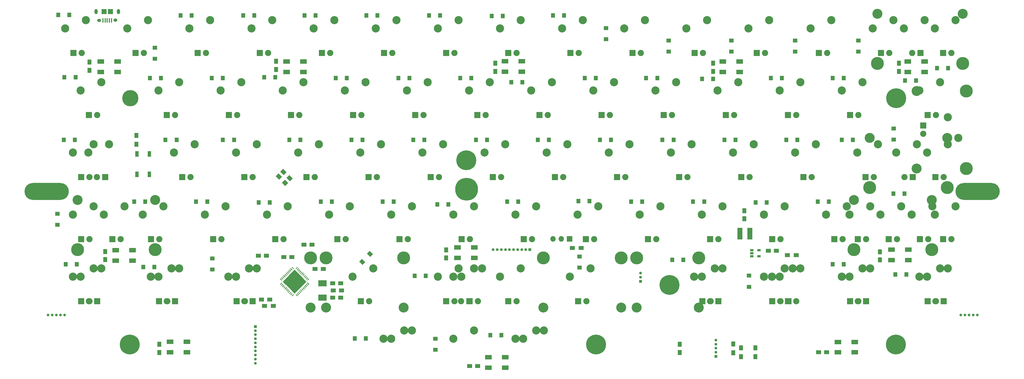
<source format=gbs>
G04 #@! TF.FileFunction,Soldermask,Bot*
%FSLAX46Y46*%
G04 Gerber Fmt 4.6, Leading zero omitted, Abs format (unit mm)*
G04 Created by KiCad (PCBNEW 4.0.7+dfsg1-1) date Sat Oct 21 17:46:25 2017*
%MOMM*%
%LPD*%
G01*
G04 APERTURE LIST*
%ADD10C,0.100000*%
%ADD11R,0.850000X0.850000*%
%ADD12C,0.850000*%
%ADD13C,3.048000*%
%ADD14C,3.980200*%
%ADD15C,2.500000*%
%ADD16R,1.900000X1.900000*%
%ADD17C,1.900000*%
%ADD18R,1.500000X1.250000*%
%ADD19R,1.250000X1.500000*%
%ADD20R,1.200000X1.400000*%
%ADD21R,1.400000X1.200000*%
%ADD22R,1.500000X3.600000*%
%ADD23O,13.600000X5.200000*%
%ADD24C,5.000000*%
%ADD25C,6.100000*%
%ADD26C,7.000000*%
%ADD27R,1.300000X1.500000*%
%ADD28R,1.500000X1.300000*%
%ADD29R,2.051000X1.400000*%
%ADD30R,1.000000X1.700000*%
%ADD31R,1.060000X0.650000*%
%ADD32R,1.700000X1.700000*%
%ADD33O,1.700000X1.700000*%
%ADD34R,2.500000X1.900000*%
%ADD35R,1.500000X1.500000*%
%ADD36O,1.000000X1.550000*%
%ADD37O,1.250000X0.950000*%
%ADD38R,0.400000X1.350000*%
%ADD39C,0.800000*%
G04 APERTURE END LIST*
D10*
D11*
X245613750Y-124056250D03*
D12*
X245613750Y-122806250D03*
X245613750Y-121556250D03*
D10*
G36*
X140300495Y-119648444D02*
X140477272Y-119825221D01*
X139982297Y-120320196D01*
X139805520Y-120143419D01*
X140300495Y-119648444D01*
X140300495Y-119648444D01*
G37*
G36*
X140654048Y-120001997D02*
X140830825Y-120178774D01*
X140335850Y-120673749D01*
X140159073Y-120496972D01*
X140654048Y-120001997D01*
X140654048Y-120001997D01*
G37*
G36*
X141007602Y-120355551D02*
X141184379Y-120532328D01*
X140689404Y-121027303D01*
X140512627Y-120850526D01*
X141007602Y-120355551D01*
X141007602Y-120355551D01*
G37*
G36*
X141361155Y-120709104D02*
X141537932Y-120885881D01*
X141042957Y-121380856D01*
X140866180Y-121204079D01*
X141361155Y-120709104D01*
X141361155Y-120709104D01*
G37*
G36*
X141714709Y-121062658D02*
X141891486Y-121239435D01*
X141396511Y-121734410D01*
X141219734Y-121557633D01*
X141714709Y-121062658D01*
X141714709Y-121062658D01*
G37*
G36*
X142068262Y-121416211D02*
X142245039Y-121592988D01*
X141750064Y-122087963D01*
X141573287Y-121911186D01*
X142068262Y-121416211D01*
X142068262Y-121416211D01*
G37*
G36*
X142421815Y-121769764D02*
X142598592Y-121946541D01*
X142103617Y-122441516D01*
X141926840Y-122264739D01*
X142421815Y-121769764D01*
X142421815Y-121769764D01*
G37*
G36*
X142775369Y-122123318D02*
X142952146Y-122300095D01*
X142457171Y-122795070D01*
X142280394Y-122618293D01*
X142775369Y-122123318D01*
X142775369Y-122123318D01*
G37*
G36*
X143128922Y-122476871D02*
X143305699Y-122653648D01*
X142810724Y-123148623D01*
X142633947Y-122971846D01*
X143128922Y-122476871D01*
X143128922Y-122476871D01*
G37*
G36*
X143482476Y-122830425D02*
X143659253Y-123007202D01*
X143164278Y-123502177D01*
X142987501Y-123325400D01*
X143482476Y-122830425D01*
X143482476Y-122830425D01*
G37*
G36*
X143836029Y-123183978D02*
X144012806Y-123360755D01*
X143517831Y-123855730D01*
X143341054Y-123678953D01*
X143836029Y-123183978D01*
X143836029Y-123183978D01*
G37*
G36*
X144012806Y-124951745D02*
X143836029Y-125128522D01*
X143341054Y-124633547D01*
X143517831Y-124456770D01*
X144012806Y-124951745D01*
X144012806Y-124951745D01*
G37*
G36*
X143659253Y-125305298D02*
X143482476Y-125482075D01*
X142987501Y-124987100D01*
X143164278Y-124810323D01*
X143659253Y-125305298D01*
X143659253Y-125305298D01*
G37*
G36*
X143305699Y-125658852D02*
X143128922Y-125835629D01*
X142633947Y-125340654D01*
X142810724Y-125163877D01*
X143305699Y-125658852D01*
X143305699Y-125658852D01*
G37*
G36*
X142952146Y-126012405D02*
X142775369Y-126189182D01*
X142280394Y-125694207D01*
X142457171Y-125517430D01*
X142952146Y-126012405D01*
X142952146Y-126012405D01*
G37*
G36*
X142598592Y-126365959D02*
X142421815Y-126542736D01*
X141926840Y-126047761D01*
X142103617Y-125870984D01*
X142598592Y-126365959D01*
X142598592Y-126365959D01*
G37*
G36*
X142245039Y-126719512D02*
X142068262Y-126896289D01*
X141573287Y-126401314D01*
X141750064Y-126224537D01*
X142245039Y-126719512D01*
X142245039Y-126719512D01*
G37*
G36*
X141891486Y-127073065D02*
X141714709Y-127249842D01*
X141219734Y-126754867D01*
X141396511Y-126578090D01*
X141891486Y-127073065D01*
X141891486Y-127073065D01*
G37*
G36*
X141537932Y-127426619D02*
X141361155Y-127603396D01*
X140866180Y-127108421D01*
X141042957Y-126931644D01*
X141537932Y-127426619D01*
X141537932Y-127426619D01*
G37*
G36*
X141184379Y-127780172D02*
X141007602Y-127956949D01*
X140512627Y-127461974D01*
X140689404Y-127285197D01*
X141184379Y-127780172D01*
X141184379Y-127780172D01*
G37*
G36*
X140830825Y-128133726D02*
X140654048Y-128310503D01*
X140159073Y-127815528D01*
X140335850Y-127638751D01*
X140830825Y-128133726D01*
X140830825Y-128133726D01*
G37*
G36*
X140477272Y-128487279D02*
X140300495Y-128664056D01*
X139805520Y-128169081D01*
X139982297Y-127992304D01*
X140477272Y-128487279D01*
X140477272Y-128487279D01*
G37*
G36*
X139027703Y-127992304D02*
X139204480Y-128169081D01*
X138709505Y-128664056D01*
X138532728Y-128487279D01*
X139027703Y-127992304D01*
X139027703Y-127992304D01*
G37*
G36*
X138674150Y-127638751D02*
X138850927Y-127815528D01*
X138355952Y-128310503D01*
X138179175Y-128133726D01*
X138674150Y-127638751D01*
X138674150Y-127638751D01*
G37*
G36*
X138320596Y-127285197D02*
X138497373Y-127461974D01*
X138002398Y-127956949D01*
X137825621Y-127780172D01*
X138320596Y-127285197D01*
X138320596Y-127285197D01*
G37*
G36*
X137967043Y-126931644D02*
X138143820Y-127108421D01*
X137648845Y-127603396D01*
X137472068Y-127426619D01*
X137967043Y-126931644D01*
X137967043Y-126931644D01*
G37*
G36*
X137613489Y-126578090D02*
X137790266Y-126754867D01*
X137295291Y-127249842D01*
X137118514Y-127073065D01*
X137613489Y-126578090D01*
X137613489Y-126578090D01*
G37*
G36*
X137259936Y-126224537D02*
X137436713Y-126401314D01*
X136941738Y-126896289D01*
X136764961Y-126719512D01*
X137259936Y-126224537D01*
X137259936Y-126224537D01*
G37*
G36*
X136906383Y-125870984D02*
X137083160Y-126047761D01*
X136588185Y-126542736D01*
X136411408Y-126365959D01*
X136906383Y-125870984D01*
X136906383Y-125870984D01*
G37*
G36*
X136552829Y-125517430D02*
X136729606Y-125694207D01*
X136234631Y-126189182D01*
X136057854Y-126012405D01*
X136552829Y-125517430D01*
X136552829Y-125517430D01*
G37*
G36*
X136199276Y-125163877D02*
X136376053Y-125340654D01*
X135881078Y-125835629D01*
X135704301Y-125658852D01*
X136199276Y-125163877D01*
X136199276Y-125163877D01*
G37*
G36*
X135845722Y-124810323D02*
X136022499Y-124987100D01*
X135527524Y-125482075D01*
X135350747Y-125305298D01*
X135845722Y-124810323D01*
X135845722Y-124810323D01*
G37*
G36*
X135492169Y-124456770D02*
X135668946Y-124633547D01*
X135173971Y-125128522D01*
X134997194Y-124951745D01*
X135492169Y-124456770D01*
X135492169Y-124456770D01*
G37*
G36*
X135668946Y-123678953D02*
X135492169Y-123855730D01*
X134997194Y-123360755D01*
X135173971Y-123183978D01*
X135668946Y-123678953D01*
X135668946Y-123678953D01*
G37*
G36*
X136022499Y-123325400D02*
X135845722Y-123502177D01*
X135350747Y-123007202D01*
X135527524Y-122830425D01*
X136022499Y-123325400D01*
X136022499Y-123325400D01*
G37*
G36*
X136376053Y-122971846D02*
X136199276Y-123148623D01*
X135704301Y-122653648D01*
X135881078Y-122476871D01*
X136376053Y-122971846D01*
X136376053Y-122971846D01*
G37*
G36*
X136729606Y-122618293D02*
X136552829Y-122795070D01*
X136057854Y-122300095D01*
X136234631Y-122123318D01*
X136729606Y-122618293D01*
X136729606Y-122618293D01*
G37*
G36*
X137083160Y-122264739D02*
X136906383Y-122441516D01*
X136411408Y-121946541D01*
X136588185Y-121769764D01*
X137083160Y-122264739D01*
X137083160Y-122264739D01*
G37*
G36*
X137436713Y-121911186D02*
X137259936Y-122087963D01*
X136764961Y-121592988D01*
X136941738Y-121416211D01*
X137436713Y-121911186D01*
X137436713Y-121911186D01*
G37*
G36*
X137790266Y-121557633D02*
X137613489Y-121734410D01*
X137118514Y-121239435D01*
X137295291Y-121062658D01*
X137790266Y-121557633D01*
X137790266Y-121557633D01*
G37*
G36*
X138143820Y-121204079D02*
X137967043Y-121380856D01*
X137472068Y-120885881D01*
X137648845Y-120709104D01*
X138143820Y-121204079D01*
X138143820Y-121204079D01*
G37*
G36*
X138497373Y-120850526D02*
X138320596Y-121027303D01*
X137825621Y-120532328D01*
X138002398Y-120355551D01*
X138497373Y-120850526D01*
X138497373Y-120850526D01*
G37*
G36*
X138850927Y-120496972D02*
X138674150Y-120673749D01*
X138179175Y-120178774D01*
X138355952Y-120001997D01*
X138850927Y-120496972D01*
X138850927Y-120496972D01*
G37*
G36*
X139204480Y-120143419D02*
X139027703Y-120320196D01*
X138532728Y-119825221D01*
X138709505Y-119648444D01*
X139204480Y-120143419D01*
X139204480Y-120143419D01*
G37*
G36*
X139505000Y-125977050D02*
X140415400Y-126887450D01*
X139505000Y-127797850D01*
X138594600Y-126887450D01*
X139505000Y-125977050D01*
X139505000Y-125977050D01*
G37*
G36*
X138594600Y-125066650D02*
X139505000Y-125977050D01*
X138594600Y-126887450D01*
X137684200Y-125977050D01*
X138594600Y-125066650D01*
X138594600Y-125066650D01*
G37*
G36*
X137684200Y-124156250D02*
X138594600Y-125066650D01*
X137684200Y-125977050D01*
X136773800Y-125066650D01*
X137684200Y-124156250D01*
X137684200Y-124156250D01*
G37*
G36*
X136773800Y-123245850D02*
X137684200Y-124156250D01*
X136773800Y-125066650D01*
X135863400Y-124156250D01*
X136773800Y-123245850D01*
X136773800Y-123245850D01*
G37*
G36*
X140415400Y-125066650D02*
X141325800Y-125977050D01*
X140415400Y-126887450D01*
X139505000Y-125977050D01*
X140415400Y-125066650D01*
X140415400Y-125066650D01*
G37*
G36*
X139505000Y-124156250D02*
X140415400Y-125066650D01*
X139505000Y-125977050D01*
X138594600Y-125066650D01*
X139505000Y-124156250D01*
X139505000Y-124156250D01*
G37*
G36*
X138594600Y-123245850D02*
X139505000Y-124156250D01*
X138594600Y-125066650D01*
X137684200Y-124156250D01*
X138594600Y-123245850D01*
X138594600Y-123245850D01*
G37*
G36*
X137684200Y-122335450D02*
X138594600Y-123245850D01*
X137684200Y-124156250D01*
X136773800Y-123245850D01*
X137684200Y-122335450D01*
X137684200Y-122335450D01*
G37*
G36*
X141325800Y-124156250D02*
X142236200Y-125066650D01*
X141325800Y-125977050D01*
X140415400Y-125066650D01*
X141325800Y-124156250D01*
X141325800Y-124156250D01*
G37*
G36*
X140415400Y-123245850D02*
X141325800Y-124156250D01*
X140415400Y-125066650D01*
X139505000Y-124156250D01*
X140415400Y-123245850D01*
X140415400Y-123245850D01*
G37*
G36*
X139505000Y-122335450D02*
X140415400Y-123245850D01*
X139505000Y-124156250D01*
X138594600Y-123245850D01*
X139505000Y-122335450D01*
X139505000Y-122335450D01*
G37*
G36*
X138594600Y-121425050D02*
X139505000Y-122335450D01*
X138594600Y-123245850D01*
X137684200Y-122335450D01*
X138594600Y-121425050D01*
X138594600Y-121425050D01*
G37*
G36*
X142236200Y-123245850D02*
X143146600Y-124156250D01*
X142236200Y-125066650D01*
X141325800Y-124156250D01*
X142236200Y-123245850D01*
X142236200Y-123245850D01*
G37*
G36*
X141325800Y-122335450D02*
X142236200Y-123245850D01*
X141325800Y-124156250D01*
X140415400Y-123245850D01*
X141325800Y-122335450D01*
X141325800Y-122335450D01*
G37*
G36*
X140415400Y-121425050D02*
X141325800Y-122335450D01*
X140415400Y-123245850D01*
X139505000Y-122335450D01*
X140415400Y-121425050D01*
X140415400Y-121425050D01*
G37*
G36*
X139505000Y-120514650D02*
X140415400Y-121425050D01*
X139505000Y-122335450D01*
X138594600Y-121425050D01*
X139505000Y-120514650D01*
X139505000Y-120514650D01*
G37*
D13*
X144367500Y-132166250D03*
D14*
X144367500Y-116926250D03*
D15*
X71527500Y-122641250D03*
X77877500Y-120101250D03*
D16*
X71686250Y-53981250D03*
D17*
X74226250Y-53981250D03*
D16*
X76448750Y-73031250D03*
D17*
X78988750Y-73031250D03*
D16*
X74067500Y-92081250D03*
D17*
X76607500Y-92081250D03*
D16*
X81370000Y-92081250D03*
D17*
X78830000Y-92081250D03*
D16*
X74067500Y-111131250D03*
D17*
X76607500Y-111131250D03*
D16*
X95498750Y-111131250D03*
D17*
X98038750Y-111131250D03*
D16*
X74067500Y-130181250D03*
D17*
X76607500Y-130181250D03*
D16*
X78988750Y-130181250D03*
D17*
X76448750Y-130181250D03*
D16*
X90736250Y-53981250D03*
D17*
X93276250Y-53981250D03*
D16*
X100261250Y-73031250D03*
D17*
X102801250Y-73031250D03*
D16*
X105023750Y-92081250D03*
D17*
X107563750Y-92081250D03*
D16*
X83592500Y-111131250D03*
D17*
X86132500Y-111131250D03*
D16*
X97880000Y-130181250D03*
D17*
X100420000Y-130181250D03*
D16*
X102801250Y-130181250D03*
D17*
X100261250Y-130181250D03*
D16*
X109786250Y-53981250D03*
D17*
X112326250Y-53981250D03*
D16*
X119311250Y-73031250D03*
D17*
X121851250Y-73031250D03*
D16*
X124073750Y-92081250D03*
D17*
X126613750Y-92081250D03*
D16*
X114548750Y-111131250D03*
D17*
X117088750Y-111131250D03*
D16*
X121692500Y-130181250D03*
D17*
X124232500Y-130181250D03*
D16*
X126613750Y-130181250D03*
D17*
X124073750Y-130181250D03*
D16*
X128836250Y-53981250D03*
D17*
X131376250Y-53981250D03*
D16*
X138361250Y-73031250D03*
D17*
X140901250Y-73031250D03*
D16*
X143123750Y-92081250D03*
D17*
X145663750Y-92081250D03*
D16*
X133598750Y-111131250D03*
D17*
X136138750Y-111131250D03*
D16*
X147886250Y-53981250D03*
D17*
X150426250Y-53981250D03*
D16*
X157411250Y-73031250D03*
D17*
X159951250Y-73031250D03*
D16*
X162173750Y-92081250D03*
D17*
X164713750Y-92081250D03*
D16*
X152648750Y-111131250D03*
D17*
X155188750Y-111131250D03*
D16*
X166936250Y-53981250D03*
D17*
X169476250Y-53981250D03*
D16*
X176461250Y-73031250D03*
D17*
X179001250Y-73031250D03*
D16*
X181223750Y-92081250D03*
D17*
X183763750Y-92081250D03*
D16*
X171698750Y-111131250D03*
D17*
X174238750Y-111131250D03*
D16*
X185986250Y-53981250D03*
D17*
X188526250Y-53981250D03*
D16*
X195511250Y-73031250D03*
D17*
X198051250Y-73031250D03*
D16*
X200273750Y-92081250D03*
D17*
X202813750Y-92081250D03*
D16*
X190748750Y-111131250D03*
D17*
X193288750Y-111131250D03*
D16*
X205036250Y-130181250D03*
D17*
X207576250Y-130181250D03*
D16*
X193130000Y-130181250D03*
D17*
X195670000Y-130181250D03*
D16*
X185986250Y-130181250D03*
D17*
X188526250Y-130181250D03*
D16*
X205036250Y-53981250D03*
D17*
X207576250Y-53981250D03*
D16*
X214561250Y-73031250D03*
D17*
X217101250Y-73031250D03*
D16*
X219323750Y-92081250D03*
D17*
X221863750Y-92081250D03*
D16*
X209798750Y-111131250D03*
D17*
X212338750Y-111131250D03*
D16*
X224086250Y-53981250D03*
D17*
X226626250Y-53981250D03*
D16*
X233611250Y-73031250D03*
D17*
X236151250Y-73031250D03*
D16*
X238373750Y-92081250D03*
D17*
X240913750Y-92081250D03*
D16*
X228848750Y-111131250D03*
D17*
X231388750Y-111131250D03*
D16*
X243136250Y-53981250D03*
D17*
X245676250Y-53981250D03*
D16*
X252661250Y-73031250D03*
D17*
X255201250Y-73031250D03*
D16*
X257423750Y-92081250D03*
D17*
X259963750Y-92081250D03*
D16*
X247898750Y-111131250D03*
D17*
X250438750Y-111131250D03*
D16*
X338386250Y-53981250D03*
D17*
X340926250Y-53981250D03*
D16*
X262186250Y-53981250D03*
D17*
X264726250Y-53981250D03*
D16*
X271711250Y-73031250D03*
D17*
X274251250Y-73031250D03*
D16*
X276473750Y-92081250D03*
D17*
X279013750Y-92081250D03*
D16*
X266948750Y-111131250D03*
D17*
X269488750Y-111131250D03*
D16*
X264567500Y-130181250D03*
D17*
X267107500Y-130181250D03*
D16*
X269488750Y-130181250D03*
D17*
X266948750Y-130181250D03*
D16*
X281236250Y-53981250D03*
D17*
X283776250Y-53981250D03*
D16*
X290761250Y-73031250D03*
D17*
X293301250Y-73031250D03*
D16*
X295523750Y-92081250D03*
D17*
X298063750Y-92081250D03*
D16*
X285998750Y-111131250D03*
D17*
X288538750Y-111131250D03*
D16*
X285998750Y-130181250D03*
D17*
X288538750Y-130181250D03*
D16*
X290920000Y-130181250D03*
D17*
X288380000Y-130181250D03*
D16*
X290761250Y-130181250D03*
D17*
X293301250Y-130181250D03*
D16*
X300286250Y-53981250D03*
D17*
X302826250Y-53981250D03*
D16*
X309811250Y-73031250D03*
D17*
X312351250Y-73031250D03*
D16*
X314573750Y-92081250D03*
D17*
X317113750Y-92081250D03*
D16*
X305048750Y-111131250D03*
D17*
X307588750Y-111131250D03*
D16*
X312192500Y-111131250D03*
D17*
X314732500Y-111131250D03*
D16*
X321717500Y-111131250D03*
D17*
X324257500Y-111131250D03*
D16*
X309811250Y-130181250D03*
D17*
X312351250Y-130181250D03*
D16*
X314732500Y-130181250D03*
D17*
X312192500Y-130181250D03*
D16*
X319336250Y-53981250D03*
D17*
X321876250Y-53981250D03*
D16*
X331401250Y-53981250D03*
D17*
X328861250Y-53981250D03*
D16*
X333623750Y-73031250D03*
D17*
X336163750Y-73031250D03*
D16*
X329020000Y-92081250D03*
D17*
X326480000Y-92081250D03*
D16*
X336005000Y-92081250D03*
D17*
X338545000Y-92081250D03*
D16*
X332248750Y-76286250D03*
D17*
X332248750Y-78826250D03*
D16*
X331242500Y-111131250D03*
D17*
X333782500Y-111131250D03*
D16*
X338386250Y-111131250D03*
D17*
X340926250Y-111131250D03*
D16*
X333623750Y-130181250D03*
D17*
X336163750Y-130181250D03*
D16*
X338545000Y-130181250D03*
D17*
X336005000Y-130181250D03*
D18*
X151163750Y-124656250D03*
X153663750Y-124656250D03*
X151163750Y-129056250D03*
X153663750Y-129056250D03*
X138663750Y-116656250D03*
X136163750Y-116656250D03*
X131855000Y-129656250D03*
X129355000Y-129656250D03*
X153863750Y-126856250D03*
X151363750Y-126856250D03*
X145763750Y-120256250D03*
X148263750Y-120256250D03*
X130863750Y-116256250D03*
X128363750Y-116256250D03*
X142363750Y-112856250D03*
X144863750Y-112856250D03*
D19*
X257605000Y-143406250D03*
X257605000Y-145906250D03*
D18*
X287263750Y-114656250D03*
X284763750Y-114656250D03*
D19*
X277413750Y-102406250D03*
X277413750Y-104906250D03*
X186005000Y-116906250D03*
X186005000Y-114406250D03*
X81445000Y-117431250D03*
X81445000Y-114931250D03*
X76605000Y-59306250D03*
X76605000Y-56806250D03*
X133845000Y-59031250D03*
X133845000Y-56531250D03*
X201045000Y-59631250D03*
X201045000Y-57131250D03*
X267845000Y-59631250D03*
X267845000Y-57131250D03*
X324845000Y-59631250D03*
X324845000Y-57131250D03*
X319005000Y-117506250D03*
X319005000Y-115006250D03*
D18*
X302655000Y-145856250D03*
X300155000Y-145856250D03*
X195655000Y-150056250D03*
X193155000Y-150056250D03*
D19*
X98030000Y-145931250D03*
X98030000Y-143431250D03*
D20*
X66993750Y-42337500D03*
X70393750Y-42337500D03*
X68913750Y-61456250D03*
X72313750Y-61456250D03*
X68705000Y-80656250D03*
X72105000Y-80656250D03*
D21*
X66805000Y-106756250D03*
X66805000Y-103356250D03*
D20*
X72705000Y-118856250D03*
X69305000Y-118856250D03*
X180705000Y-42456250D03*
X184105000Y-42456250D03*
D21*
X96613750Y-55756250D03*
X96613750Y-52356250D03*
D20*
X95105000Y-61656250D03*
X98505000Y-61656250D03*
X99905000Y-80656250D03*
X103305000Y-80656250D03*
X90305000Y-99656250D03*
X93705000Y-99656250D03*
X96513750Y-119656250D03*
X93113750Y-119656250D03*
X104505000Y-42456250D03*
X107905000Y-42456250D03*
X114105000Y-61656250D03*
X117505000Y-61656250D03*
X117513750Y-80656250D03*
X120913750Y-80656250D03*
X109305000Y-99656250D03*
X112705000Y-99656250D03*
D21*
X114245000Y-117081250D03*
X114245000Y-120481250D03*
D20*
X123705000Y-42456250D03*
X127105000Y-42456250D03*
X130205000Y-61456250D03*
X133605000Y-61456250D03*
X137905000Y-80656250D03*
X141305000Y-80656250D03*
X128505000Y-99856250D03*
X131905000Y-99856250D03*
X157945000Y-141581250D03*
X161345000Y-141581250D03*
X142505000Y-42456250D03*
X145905000Y-42456250D03*
X152105000Y-61656250D03*
X155505000Y-61656250D03*
X156905000Y-80656250D03*
X160305000Y-80656250D03*
X147505000Y-99656250D03*
X150905000Y-99656250D03*
D21*
X182645000Y-145081250D03*
X182645000Y-141681250D03*
D20*
X161505000Y-42456250D03*
X164905000Y-42456250D03*
X171305000Y-61656250D03*
X174705000Y-61656250D03*
X175905000Y-80656250D03*
X179305000Y-80656250D03*
X166505000Y-99656250D03*
X169905000Y-99656250D03*
D10*
G36*
X162686543Y-116573407D02*
X161696593Y-115583457D01*
X162545121Y-114734929D01*
X163535071Y-115724879D01*
X162686543Y-116573407D01*
X162686543Y-116573407D01*
G37*
G36*
X160282379Y-118977571D02*
X159292429Y-117987621D01*
X160140957Y-117139093D01*
X161130907Y-118129043D01*
X160282379Y-118977571D01*
X160282379Y-118977571D01*
G37*
D20*
X190305000Y-61656250D03*
X193705000Y-61656250D03*
X195105000Y-80656250D03*
X198505000Y-80656250D03*
X183230000Y-100456250D03*
X186630000Y-100456250D03*
X176345000Y-122381250D03*
X179745000Y-122381250D03*
X199905000Y-42656250D03*
X203305000Y-42656250D03*
X205955000Y-62956250D03*
X209355000Y-62956250D03*
X214105000Y-80656250D03*
X217505000Y-80656250D03*
X204705000Y-99656250D03*
X208105000Y-99656250D03*
X218705000Y-42456250D03*
X222105000Y-42456250D03*
X228505000Y-61656250D03*
X231905000Y-61656250D03*
X233105000Y-80656250D03*
X236505000Y-80656250D03*
X229913750Y-99456250D03*
X226513750Y-99456250D03*
D21*
X235005000Y-49756250D03*
X235005000Y-46356250D03*
D20*
X247305000Y-61656250D03*
X250705000Y-61656250D03*
X252305000Y-80656250D03*
X255705000Y-80656250D03*
X242705000Y-99656250D03*
X246105000Y-99656250D03*
X336505000Y-58656250D03*
X339905000Y-58656250D03*
D21*
X254205000Y-53556250D03*
X254205000Y-50156250D03*
D20*
X264455000Y-61956250D03*
X267855000Y-61956250D03*
X271305000Y-80656250D03*
X274705000Y-80656250D03*
X261705000Y-99656250D03*
X265105000Y-99656250D03*
X255305000Y-117456250D03*
X258705000Y-117456250D03*
D21*
X273405000Y-53556250D03*
X273405000Y-50156250D03*
D20*
X285505000Y-61656250D03*
X288905000Y-61656250D03*
X290305000Y-80656250D03*
X293705000Y-80656250D03*
X280905000Y-99856250D03*
X284305000Y-99856250D03*
D21*
X278813750Y-125756250D03*
X278813750Y-122356250D03*
D20*
X304505000Y-61656250D03*
X307905000Y-61656250D03*
X307313750Y-80656250D03*
X310713750Y-80656250D03*
X299905000Y-99656250D03*
X303305000Y-99656250D03*
X304505000Y-118856250D03*
X307905000Y-118856250D03*
D21*
X312413750Y-53556250D03*
X312413750Y-50156250D03*
D20*
X326705000Y-62456250D03*
X330105000Y-62456250D03*
D21*
X323213750Y-77156250D03*
X323213750Y-80556250D03*
D20*
X323145000Y-97181250D03*
X326545000Y-97181250D03*
X323705000Y-121956250D03*
X327105000Y-121956250D03*
D15*
X69138750Y-46441250D03*
X75488750Y-43901250D03*
X309652500Y-122641250D03*
X316002500Y-120101250D03*
X73908750Y-65491250D03*
X80258750Y-62951250D03*
X76263750Y-84541250D03*
X82613750Y-82001250D03*
X71501250Y-84541250D03*
X77851250Y-82001250D03*
X73908750Y-122641250D03*
X80258750Y-120101250D03*
X88196250Y-46441250D03*
X94546250Y-43901250D03*
X97721250Y-65491250D03*
X104071250Y-62951250D03*
X102483750Y-84541250D03*
X108833750Y-82001250D03*
X92958750Y-103591250D03*
X99308750Y-101051250D03*
X95340000Y-122641250D03*
X101690000Y-120101250D03*
X97721250Y-122641250D03*
X104071250Y-120101250D03*
X107246250Y-46441250D03*
X113596250Y-43901250D03*
X116771250Y-65491250D03*
X123121250Y-62951250D03*
X121533750Y-84541250D03*
X127883750Y-82001250D03*
X112008750Y-103591250D03*
X118358750Y-101051250D03*
X119152500Y-122641250D03*
X125502500Y-120101250D03*
X121533750Y-122641250D03*
X127883750Y-120101250D03*
X126296250Y-46441250D03*
X132646250Y-43901250D03*
X135821250Y-65491250D03*
X142171250Y-62951250D03*
X140583750Y-84541250D03*
X146933750Y-82001250D03*
X131058750Y-103591250D03*
X137408750Y-101051250D03*
X169158750Y-141691250D03*
X175508750Y-139151250D03*
X166777500Y-141691250D03*
X173127500Y-139151250D03*
X145346250Y-46441250D03*
X151696250Y-43901250D03*
X154871250Y-65491250D03*
X161221250Y-62951250D03*
X159633750Y-84541250D03*
X165983750Y-82001250D03*
X150108750Y-103591250D03*
X156458750Y-101051250D03*
X188208750Y-141691250D03*
X194558750Y-139151250D03*
X164396250Y-46441250D03*
X170746250Y-43901250D03*
X173921250Y-65491250D03*
X180271250Y-62951250D03*
X178683750Y-84541250D03*
X185033750Y-82001250D03*
X169158750Y-103591250D03*
X175508750Y-101051250D03*
X183446250Y-46441250D03*
X189796250Y-43901250D03*
X192971250Y-65491250D03*
X199321250Y-62951250D03*
X197733750Y-84541250D03*
X204083750Y-82001250D03*
X188208750Y-103591250D03*
X194558750Y-101051250D03*
X202496250Y-46441250D03*
X208846250Y-43901250D03*
X212021250Y-65491250D03*
X218371250Y-62951250D03*
X216783750Y-84541250D03*
X223133750Y-82001250D03*
X207258750Y-103591250D03*
X213608750Y-101051250D03*
X221546250Y-46441250D03*
X227896250Y-43901250D03*
X231071250Y-65491250D03*
X237421250Y-62951250D03*
X235833750Y-84541250D03*
X242183750Y-82001250D03*
X226308750Y-103591250D03*
X232658750Y-101051250D03*
X240596250Y-46441250D03*
X246946250Y-43901250D03*
X250121250Y-65491250D03*
X256471250Y-62951250D03*
X254883750Y-84541250D03*
X261233750Y-82001250D03*
X245358750Y-103591250D03*
X251708750Y-101051250D03*
X335846250Y-46441250D03*
X342196250Y-43901250D03*
X259646250Y-46441250D03*
X265996250Y-43901250D03*
X269171250Y-65491250D03*
X275521250Y-62951250D03*
X273933750Y-84541250D03*
X280283750Y-82001250D03*
X264408750Y-103591250D03*
X270758750Y-101051250D03*
X262027500Y-122641250D03*
X268377500Y-120101250D03*
X264408750Y-122641250D03*
X270758750Y-120101250D03*
X278696250Y-46441250D03*
X285046250Y-43901250D03*
X288221250Y-65491250D03*
X294571250Y-62951250D03*
X292983750Y-84541250D03*
X299333750Y-82001250D03*
X283458750Y-103591250D03*
X289808750Y-101051250D03*
X288221250Y-122641250D03*
X294571250Y-120101250D03*
X285840000Y-122641250D03*
X292190000Y-120101250D03*
X283458750Y-122641250D03*
X289808750Y-120101250D03*
X297746250Y-46441250D03*
X304096250Y-43901250D03*
X307271250Y-65491250D03*
X313621250Y-62951250D03*
X312033750Y-84541250D03*
X318383750Y-82001250D03*
X302508750Y-103591250D03*
X308858750Y-101051250D03*
X307271250Y-122641250D03*
X313621250Y-120101250D03*
X316770000Y-46441250D03*
X323120000Y-43901250D03*
X331083750Y-65491250D03*
X337433750Y-62951250D03*
X333465000Y-84541250D03*
X339815000Y-82001250D03*
X339788750Y-73746250D03*
X343058750Y-80096250D03*
X335846250Y-103591250D03*
X342196250Y-101051250D03*
X328702500Y-103591250D03*
X335052500Y-101051250D03*
X333465000Y-122641250D03*
X339815000Y-120101250D03*
X331083750Y-122641250D03*
X337433750Y-120101250D03*
D21*
X293013750Y-53556250D03*
X293013750Y-50156250D03*
D22*
X279138750Y-109456250D03*
X276088750Y-109456250D03*
D23*
X63431250Y-96456250D03*
D24*
X89131250Y-67856250D03*
D25*
X192131250Y-86956250D03*
X254431250Y-125156250D03*
X323981250Y-67856250D03*
D23*
X348931250Y-96456250D03*
D26*
X192213750Y-95856250D03*
D25*
X88931250Y-143456250D03*
X231931250Y-143456250D03*
X323931250Y-143456250D03*
D11*
X211645000Y-114381250D03*
D12*
X210395000Y-114381250D03*
X209145000Y-114381250D03*
X207895000Y-114381250D03*
X206645000Y-114381250D03*
X205395000Y-114381250D03*
X204145000Y-114381250D03*
X202895000Y-114381250D03*
X201645000Y-114381250D03*
X200395000Y-114381250D03*
D11*
X127431250Y-137956250D03*
D12*
X127431250Y-139206250D03*
X127431250Y-140456250D03*
X127431250Y-141706250D03*
X127431250Y-142956250D03*
X127431250Y-144206250D03*
X127431250Y-145456250D03*
X127431250Y-146706250D03*
X127431250Y-147956250D03*
X127431250Y-149206250D03*
D11*
X268718750Y-147112500D03*
D12*
X268718750Y-145862500D03*
X268718750Y-144612500D03*
X268718750Y-143362500D03*
X268718750Y-142112500D03*
D27*
X91005000Y-79306250D03*
X91005000Y-82006250D03*
D28*
X130255000Y-131656250D03*
X132955000Y-131656250D03*
D10*
G36*
X137558293Y-93881555D02*
X136639055Y-94800793D01*
X135578395Y-93740133D01*
X136497633Y-92820895D01*
X137558293Y-93881555D01*
X137558293Y-93881555D01*
G37*
G36*
X135649105Y-91972367D02*
X134729867Y-92891605D01*
X133669207Y-91830945D01*
X134588445Y-90911707D01*
X135649105Y-91972367D01*
X135649105Y-91972367D01*
G37*
G36*
X138949543Y-92481555D02*
X138030305Y-93400793D01*
X136969645Y-92340133D01*
X137888883Y-91420895D01*
X138949543Y-92481555D01*
X138949543Y-92481555D01*
G37*
G36*
X137040355Y-90572367D02*
X136121117Y-91491605D01*
X135060457Y-90430945D01*
X135979695Y-89511707D01*
X137040355Y-90572367D01*
X137040355Y-90572367D01*
G37*
D28*
X293363750Y-116056250D03*
X290663750Y-116056250D03*
X224655000Y-113856250D03*
X227355000Y-113856250D03*
D27*
X280805000Y-147206250D03*
X280805000Y-144506250D03*
X276405000Y-147206250D03*
X276405000Y-144506250D03*
X274005000Y-143306250D03*
X274005000Y-146006250D03*
D29*
X189428000Y-116856250D03*
X194582000Y-116856250D03*
X194582000Y-113656250D03*
X189428000Y-113656250D03*
X84666750Y-117731250D03*
X89820750Y-117731250D03*
X89820750Y-114531250D03*
X84666750Y-114531250D03*
X80078000Y-59806250D03*
X85232000Y-59806250D03*
X85232000Y-56606250D03*
X80078000Y-56606250D03*
X137078000Y-59806250D03*
X142232000Y-59806250D03*
X142232000Y-56606250D03*
X137078000Y-56606250D03*
X203978000Y-59756250D03*
X209132000Y-59756250D03*
X209132000Y-56556250D03*
X203978000Y-56556250D03*
X270828000Y-59806250D03*
X275982000Y-59806250D03*
X275982000Y-56606250D03*
X270828000Y-56606250D03*
X327578000Y-59806250D03*
X332732000Y-59806250D03*
X332732000Y-56606250D03*
X327578000Y-56606250D03*
X322578000Y-117556250D03*
X327732000Y-117556250D03*
X327732000Y-114356250D03*
X322578000Y-114356250D03*
X306153000Y-145881250D03*
X311307000Y-145881250D03*
X311307000Y-142681250D03*
X306153000Y-142681250D03*
X198966750Y-150593750D03*
X204120750Y-150593750D03*
X204120750Y-147393750D03*
X198966750Y-147393750D03*
X101328000Y-145856250D03*
X106482000Y-145856250D03*
X106482000Y-142656250D03*
X101328000Y-142656250D03*
D30*
X94956250Y-91281250D03*
X94956250Y-84981250D03*
X91156250Y-91281250D03*
X91156250Y-84981250D03*
D31*
X279713750Y-116406250D03*
X279713750Y-115456250D03*
X279713750Y-114506250D03*
X281913750Y-114506250D03*
X281913750Y-116406250D03*
D15*
X309652500Y-103591250D03*
X316002500Y-101051250D03*
D32*
X223805000Y-111056250D03*
D33*
X221265000Y-111056250D03*
X218725000Y-111056250D03*
D15*
X326321250Y-46441250D03*
X332671250Y-43901250D03*
X323940000Y-84541250D03*
X330290000Y-82001250D03*
X319177500Y-103591250D03*
X325527500Y-101051250D03*
X183446250Y-122641250D03*
X189796250Y-120101250D03*
X190590000Y-122641250D03*
X196940000Y-120101250D03*
X202496250Y-122641250D03*
X208846250Y-120101250D03*
X81026250Y-103591250D03*
X87376250Y-101051250D03*
X71501250Y-103591250D03*
X77851250Y-101051250D03*
D13*
X318198750Y-41996250D03*
D14*
X318198750Y-57236250D03*
D13*
X344392500Y-41996250D03*
D14*
X344392500Y-57236250D03*
D13*
X315817500Y-80096250D03*
D14*
X315817500Y-95336250D03*
D13*
X339630000Y-80096250D03*
D14*
X339630000Y-95336250D03*
D13*
X330263750Y-65650000D03*
D14*
X345503750Y-65650000D03*
D13*
X330263750Y-89462500D03*
D14*
X345503750Y-89462500D03*
D13*
X72930000Y-99146250D03*
D14*
X72930000Y-114386250D03*
D13*
X96742500Y-99146250D03*
D14*
X96742500Y-114386250D03*
D13*
X311055000Y-99146250D03*
D14*
X311055000Y-114386250D03*
D13*
X334867500Y-99146250D03*
D14*
X334867500Y-114386250D03*
D13*
X244380000Y-132166250D03*
D14*
X244380000Y-116926250D03*
D13*
X149130000Y-132166250D03*
D14*
X149130000Y-116926250D03*
D13*
X263430000Y-132166250D03*
D14*
X263430000Y-116926250D03*
D21*
X226845000Y-116481250D03*
X226845000Y-119881250D03*
D20*
X199545000Y-140581250D03*
X202945000Y-140581250D03*
D15*
X207232500Y-141691250D03*
X213582500Y-139151250D03*
X209613750Y-141691250D03*
X215963750Y-139151250D03*
D13*
X215813750Y-132166250D03*
D14*
X215813750Y-116926250D03*
D13*
X172951250Y-132166250D03*
D14*
X172951250Y-116926250D03*
D15*
X188191250Y-122641250D03*
X194541250Y-120101250D03*
D16*
X159775000Y-130181250D03*
D17*
X162315000Y-130181250D03*
D16*
X226450000Y-130181250D03*
D17*
X228990000Y-130181250D03*
D34*
X148013750Y-124656250D03*
X148013750Y-129056250D03*
D15*
X157235000Y-122641250D03*
X163585000Y-120101250D03*
X223910000Y-122641250D03*
X230260000Y-120101250D03*
D16*
X193115000Y-130181250D03*
D17*
X190575000Y-130181250D03*
D13*
X239626250Y-132166250D03*
D14*
X239626250Y-116926250D03*
D35*
X83045000Y-41281250D03*
D36*
X85495000Y-41281250D03*
D37*
X84545000Y-43931250D03*
D38*
X82045000Y-43981250D03*
X82695000Y-43981250D03*
X83345000Y-43981250D03*
X81395000Y-43981250D03*
X80745000Y-43981250D03*
D37*
X79545000Y-43981250D03*
D36*
X78595000Y-41281250D03*
D35*
X81045000Y-41281250D03*
D39*
X343825000Y-134456250D03*
X345095000Y-134456250D03*
X348905000Y-134456250D03*
X347635000Y-134456250D03*
X346365000Y-134456250D03*
X68985000Y-134456250D03*
X67715000Y-134456250D03*
X63905000Y-134456250D03*
X65175000Y-134456250D03*
X66445000Y-134456250D03*
M02*

</source>
